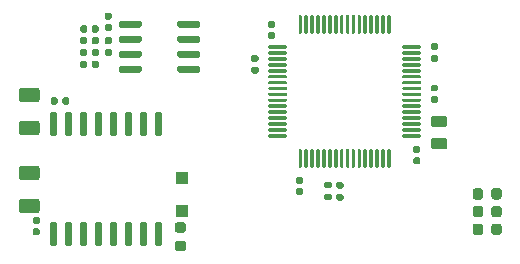
<source format=gbr>
G04 #@! TF.GenerationSoftware,KiCad,Pcbnew,(5.1.10)-1*
G04 #@! TF.CreationDate,2022-10-27T19:37:03-07:00*
G04 #@! TF.ProjectId,Motor_Gen2L,4d6f746f-725f-4476-956e-324c2e6b6963,rev?*
G04 #@! TF.SameCoordinates,Original*
G04 #@! TF.FileFunction,Paste,Bot*
G04 #@! TF.FilePolarity,Positive*
%FSLAX46Y46*%
G04 Gerber Fmt 4.6, Leading zero omitted, Abs format (unit mm)*
G04 Created by KiCad (PCBNEW (5.1.10)-1) date 2022-10-27 19:37:03*
%MOMM*%
%LPD*%
G01*
G04 APERTURE LIST*
%ADD10R,1.100000X1.100000*%
G04 APERTURE END LIST*
G36*
G01*
X107115000Y-111100000D02*
X107485000Y-111100000D01*
G75*
G02*
X107620000Y-111235000I0J-135000D01*
G01*
X107620000Y-111505000D01*
G75*
G02*
X107485000Y-111640000I-135000J0D01*
G01*
X107115000Y-111640000D01*
G75*
G02*
X106980000Y-111505000I0J135000D01*
G01*
X106980000Y-111235000D01*
G75*
G02*
X107115000Y-111100000I135000J0D01*
G01*
G37*
G36*
G01*
X107115000Y-110080000D02*
X107485000Y-110080000D01*
G75*
G02*
X107620000Y-110215000I0J-135000D01*
G01*
X107620000Y-110485000D01*
G75*
G02*
X107485000Y-110620000I-135000J0D01*
G01*
X107115000Y-110620000D01*
G75*
G02*
X106980000Y-110485000I0J135000D01*
G01*
X106980000Y-110215000D01*
G75*
G02*
X107115000Y-110080000I135000J0D01*
G01*
G37*
G36*
G01*
X106115000Y-111090000D02*
X106485000Y-111090000D01*
G75*
G02*
X106620000Y-111225000I0J-135000D01*
G01*
X106620000Y-111495000D01*
G75*
G02*
X106485000Y-111630000I-135000J0D01*
G01*
X106115000Y-111630000D01*
G75*
G02*
X105980000Y-111495000I0J135000D01*
G01*
X105980000Y-111225000D01*
G75*
G02*
X106115000Y-111090000I135000J0D01*
G01*
G37*
G36*
G01*
X106115000Y-110070000D02*
X106485000Y-110070000D01*
G75*
G02*
X106620000Y-110205000I0J-135000D01*
G01*
X106620000Y-110475000D01*
G75*
G02*
X106485000Y-110610000I-135000J0D01*
G01*
X106115000Y-110610000D01*
G75*
G02*
X105980000Y-110475000I0J135000D01*
G01*
X105980000Y-110205000D01*
G75*
G02*
X106115000Y-110070000I135000J0D01*
G01*
G37*
G36*
G01*
X115470000Y-102400000D02*
X115130000Y-102400000D01*
G75*
G02*
X114990000Y-102260000I0J140000D01*
G01*
X114990000Y-101980000D01*
G75*
G02*
X115130000Y-101840000I140000J0D01*
G01*
X115470000Y-101840000D01*
G75*
G02*
X115610000Y-101980000I0J-140000D01*
G01*
X115610000Y-102260000D01*
G75*
G02*
X115470000Y-102400000I-140000J0D01*
G01*
G37*
G36*
G01*
X115470000Y-103360000D02*
X115130000Y-103360000D01*
G75*
G02*
X114990000Y-103220000I0J140000D01*
G01*
X114990000Y-102940000D01*
G75*
G02*
X115130000Y-102800000I140000J0D01*
G01*
X115470000Y-102800000D01*
G75*
G02*
X115610000Y-102940000I0J-140000D01*
G01*
X115610000Y-103220000D01*
G75*
G02*
X115470000Y-103360000I-140000J0D01*
G01*
G37*
G36*
G01*
X115243750Y-106329600D02*
X116156250Y-106329600D01*
G75*
G02*
X116400000Y-106573350I0J-243750D01*
G01*
X116400000Y-107060850D01*
G75*
G02*
X116156250Y-107304600I-243750J0D01*
G01*
X115243750Y-107304600D01*
G75*
G02*
X115000000Y-107060850I0J243750D01*
G01*
X115000000Y-106573350D01*
G75*
G02*
X115243750Y-106329600I243750J0D01*
G01*
G37*
G36*
G01*
X115243750Y-104454600D02*
X116156250Y-104454600D01*
G75*
G02*
X116400000Y-104698350I0J-243750D01*
G01*
X116400000Y-105185850D01*
G75*
G02*
X116156250Y-105429600I-243750J0D01*
G01*
X115243750Y-105429600D01*
G75*
G02*
X115000000Y-105185850I0J243750D01*
G01*
X115000000Y-104698350D01*
G75*
G02*
X115243750Y-104454600I243750J0D01*
G01*
G37*
D10*
X93900000Y-109700000D03*
X93900000Y-112500000D03*
G36*
G01*
X82905000Y-104125000D02*
X83205000Y-104125000D01*
G75*
G02*
X83355000Y-104275000I0J-150000D01*
G01*
X83355000Y-106025000D01*
G75*
G02*
X83205000Y-106175000I-150000J0D01*
G01*
X82905000Y-106175000D01*
G75*
G02*
X82755000Y-106025000I0J150000D01*
G01*
X82755000Y-104275000D01*
G75*
G02*
X82905000Y-104125000I150000J0D01*
G01*
G37*
G36*
G01*
X84175000Y-104125000D02*
X84475000Y-104125000D01*
G75*
G02*
X84625000Y-104275000I0J-150000D01*
G01*
X84625000Y-106025000D01*
G75*
G02*
X84475000Y-106175000I-150000J0D01*
G01*
X84175000Y-106175000D01*
G75*
G02*
X84025000Y-106025000I0J150000D01*
G01*
X84025000Y-104275000D01*
G75*
G02*
X84175000Y-104125000I150000J0D01*
G01*
G37*
G36*
G01*
X85445000Y-104125000D02*
X85745000Y-104125000D01*
G75*
G02*
X85895000Y-104275000I0J-150000D01*
G01*
X85895000Y-106025000D01*
G75*
G02*
X85745000Y-106175000I-150000J0D01*
G01*
X85445000Y-106175000D01*
G75*
G02*
X85295000Y-106025000I0J150000D01*
G01*
X85295000Y-104275000D01*
G75*
G02*
X85445000Y-104125000I150000J0D01*
G01*
G37*
G36*
G01*
X86715000Y-104125000D02*
X87015000Y-104125000D01*
G75*
G02*
X87165000Y-104275000I0J-150000D01*
G01*
X87165000Y-106025000D01*
G75*
G02*
X87015000Y-106175000I-150000J0D01*
G01*
X86715000Y-106175000D01*
G75*
G02*
X86565000Y-106025000I0J150000D01*
G01*
X86565000Y-104275000D01*
G75*
G02*
X86715000Y-104125000I150000J0D01*
G01*
G37*
G36*
G01*
X87985000Y-104125000D02*
X88285000Y-104125000D01*
G75*
G02*
X88435000Y-104275000I0J-150000D01*
G01*
X88435000Y-106025000D01*
G75*
G02*
X88285000Y-106175000I-150000J0D01*
G01*
X87985000Y-106175000D01*
G75*
G02*
X87835000Y-106025000I0J150000D01*
G01*
X87835000Y-104275000D01*
G75*
G02*
X87985000Y-104125000I150000J0D01*
G01*
G37*
G36*
G01*
X89255000Y-104125000D02*
X89555000Y-104125000D01*
G75*
G02*
X89705000Y-104275000I0J-150000D01*
G01*
X89705000Y-106025000D01*
G75*
G02*
X89555000Y-106175000I-150000J0D01*
G01*
X89255000Y-106175000D01*
G75*
G02*
X89105000Y-106025000I0J150000D01*
G01*
X89105000Y-104275000D01*
G75*
G02*
X89255000Y-104125000I150000J0D01*
G01*
G37*
G36*
G01*
X90525000Y-104125000D02*
X90825000Y-104125000D01*
G75*
G02*
X90975000Y-104275000I0J-150000D01*
G01*
X90975000Y-106025000D01*
G75*
G02*
X90825000Y-106175000I-150000J0D01*
G01*
X90525000Y-106175000D01*
G75*
G02*
X90375000Y-106025000I0J150000D01*
G01*
X90375000Y-104275000D01*
G75*
G02*
X90525000Y-104125000I150000J0D01*
G01*
G37*
G36*
G01*
X91795000Y-104125000D02*
X92095000Y-104125000D01*
G75*
G02*
X92245000Y-104275000I0J-150000D01*
G01*
X92245000Y-106025000D01*
G75*
G02*
X92095000Y-106175000I-150000J0D01*
G01*
X91795000Y-106175000D01*
G75*
G02*
X91645000Y-106025000I0J150000D01*
G01*
X91645000Y-104275000D01*
G75*
G02*
X91795000Y-104125000I150000J0D01*
G01*
G37*
G36*
G01*
X91795000Y-113425000D02*
X92095000Y-113425000D01*
G75*
G02*
X92245000Y-113575000I0J-150000D01*
G01*
X92245000Y-115325000D01*
G75*
G02*
X92095000Y-115475000I-150000J0D01*
G01*
X91795000Y-115475000D01*
G75*
G02*
X91645000Y-115325000I0J150000D01*
G01*
X91645000Y-113575000D01*
G75*
G02*
X91795000Y-113425000I150000J0D01*
G01*
G37*
G36*
G01*
X90525000Y-113425000D02*
X90825000Y-113425000D01*
G75*
G02*
X90975000Y-113575000I0J-150000D01*
G01*
X90975000Y-115325000D01*
G75*
G02*
X90825000Y-115475000I-150000J0D01*
G01*
X90525000Y-115475000D01*
G75*
G02*
X90375000Y-115325000I0J150000D01*
G01*
X90375000Y-113575000D01*
G75*
G02*
X90525000Y-113425000I150000J0D01*
G01*
G37*
G36*
G01*
X89255000Y-113425000D02*
X89555000Y-113425000D01*
G75*
G02*
X89705000Y-113575000I0J-150000D01*
G01*
X89705000Y-115325000D01*
G75*
G02*
X89555000Y-115475000I-150000J0D01*
G01*
X89255000Y-115475000D01*
G75*
G02*
X89105000Y-115325000I0J150000D01*
G01*
X89105000Y-113575000D01*
G75*
G02*
X89255000Y-113425000I150000J0D01*
G01*
G37*
G36*
G01*
X87985000Y-113425000D02*
X88285000Y-113425000D01*
G75*
G02*
X88435000Y-113575000I0J-150000D01*
G01*
X88435000Y-115325000D01*
G75*
G02*
X88285000Y-115475000I-150000J0D01*
G01*
X87985000Y-115475000D01*
G75*
G02*
X87835000Y-115325000I0J150000D01*
G01*
X87835000Y-113575000D01*
G75*
G02*
X87985000Y-113425000I150000J0D01*
G01*
G37*
G36*
G01*
X86715000Y-113425000D02*
X87015000Y-113425000D01*
G75*
G02*
X87165000Y-113575000I0J-150000D01*
G01*
X87165000Y-115325000D01*
G75*
G02*
X87015000Y-115475000I-150000J0D01*
G01*
X86715000Y-115475000D01*
G75*
G02*
X86565000Y-115325000I0J150000D01*
G01*
X86565000Y-113575000D01*
G75*
G02*
X86715000Y-113425000I150000J0D01*
G01*
G37*
G36*
G01*
X85445000Y-113425000D02*
X85745000Y-113425000D01*
G75*
G02*
X85895000Y-113575000I0J-150000D01*
G01*
X85895000Y-115325000D01*
G75*
G02*
X85745000Y-115475000I-150000J0D01*
G01*
X85445000Y-115475000D01*
G75*
G02*
X85295000Y-115325000I0J150000D01*
G01*
X85295000Y-113575000D01*
G75*
G02*
X85445000Y-113425000I150000J0D01*
G01*
G37*
G36*
G01*
X84175000Y-113425000D02*
X84475000Y-113425000D01*
G75*
G02*
X84625000Y-113575000I0J-150000D01*
G01*
X84625000Y-115325000D01*
G75*
G02*
X84475000Y-115475000I-150000J0D01*
G01*
X84175000Y-115475000D01*
G75*
G02*
X84025000Y-115325000I0J150000D01*
G01*
X84025000Y-113575000D01*
G75*
G02*
X84175000Y-113425000I150000J0D01*
G01*
G37*
G36*
G01*
X82905000Y-113425000D02*
X83205000Y-113425000D01*
G75*
G02*
X83355000Y-113575000I0J-150000D01*
G01*
X83355000Y-115325000D01*
G75*
G02*
X83205000Y-115475000I-150000J0D01*
G01*
X82905000Y-115475000D01*
G75*
G02*
X82755000Y-115325000I0J150000D01*
G01*
X82755000Y-113575000D01*
G75*
G02*
X82905000Y-113425000I150000J0D01*
G01*
G37*
G36*
G01*
X93537000Y-100666000D02*
X93537000Y-100366000D01*
G75*
G02*
X93687000Y-100216000I150000J0D01*
G01*
X95337000Y-100216000D01*
G75*
G02*
X95487000Y-100366000I0J-150000D01*
G01*
X95487000Y-100666000D01*
G75*
G02*
X95337000Y-100816000I-150000J0D01*
G01*
X93687000Y-100816000D01*
G75*
G02*
X93537000Y-100666000I0J150000D01*
G01*
G37*
G36*
G01*
X93537000Y-99396000D02*
X93537000Y-99096000D01*
G75*
G02*
X93687000Y-98946000I150000J0D01*
G01*
X95337000Y-98946000D01*
G75*
G02*
X95487000Y-99096000I0J-150000D01*
G01*
X95487000Y-99396000D01*
G75*
G02*
X95337000Y-99546000I-150000J0D01*
G01*
X93687000Y-99546000D01*
G75*
G02*
X93537000Y-99396000I0J150000D01*
G01*
G37*
G36*
G01*
X93537000Y-98126000D02*
X93537000Y-97826000D01*
G75*
G02*
X93687000Y-97676000I150000J0D01*
G01*
X95337000Y-97676000D01*
G75*
G02*
X95487000Y-97826000I0J-150000D01*
G01*
X95487000Y-98126000D01*
G75*
G02*
X95337000Y-98276000I-150000J0D01*
G01*
X93687000Y-98276000D01*
G75*
G02*
X93537000Y-98126000I0J150000D01*
G01*
G37*
G36*
G01*
X93537000Y-96856000D02*
X93537000Y-96556000D01*
G75*
G02*
X93687000Y-96406000I150000J0D01*
G01*
X95337000Y-96406000D01*
G75*
G02*
X95487000Y-96556000I0J-150000D01*
G01*
X95487000Y-96856000D01*
G75*
G02*
X95337000Y-97006000I-150000J0D01*
G01*
X93687000Y-97006000D01*
G75*
G02*
X93537000Y-96856000I0J150000D01*
G01*
G37*
G36*
G01*
X88587000Y-96856000D02*
X88587000Y-96556000D01*
G75*
G02*
X88737000Y-96406000I150000J0D01*
G01*
X90387000Y-96406000D01*
G75*
G02*
X90537000Y-96556000I0J-150000D01*
G01*
X90537000Y-96856000D01*
G75*
G02*
X90387000Y-97006000I-150000J0D01*
G01*
X88737000Y-97006000D01*
G75*
G02*
X88587000Y-96856000I0J150000D01*
G01*
G37*
G36*
G01*
X88587000Y-98126000D02*
X88587000Y-97826000D01*
G75*
G02*
X88737000Y-97676000I150000J0D01*
G01*
X90387000Y-97676000D01*
G75*
G02*
X90537000Y-97826000I0J-150000D01*
G01*
X90537000Y-98126000D01*
G75*
G02*
X90387000Y-98276000I-150000J0D01*
G01*
X88737000Y-98276000D01*
G75*
G02*
X88587000Y-98126000I0J150000D01*
G01*
G37*
G36*
G01*
X88587000Y-99396000D02*
X88587000Y-99096000D01*
G75*
G02*
X88737000Y-98946000I150000J0D01*
G01*
X90387000Y-98946000D01*
G75*
G02*
X90537000Y-99096000I0J-150000D01*
G01*
X90537000Y-99396000D01*
G75*
G02*
X90387000Y-99546000I-150000J0D01*
G01*
X88737000Y-99546000D01*
G75*
G02*
X88587000Y-99396000I0J150000D01*
G01*
G37*
G36*
G01*
X88587000Y-100666000D02*
X88587000Y-100366000D01*
G75*
G02*
X88737000Y-100216000I150000J0D01*
G01*
X90387000Y-100216000D01*
G75*
G02*
X90537000Y-100366000I0J-150000D01*
G01*
X90537000Y-100666000D01*
G75*
G02*
X90387000Y-100816000I-150000J0D01*
G01*
X88737000Y-100816000D01*
G75*
G02*
X88587000Y-100666000I0J150000D01*
G01*
G37*
G36*
G01*
X101325000Y-98500000D02*
X102725000Y-98500000D01*
G75*
G02*
X102800000Y-98575000I0J-75000D01*
G01*
X102800000Y-98725000D01*
G75*
G02*
X102725000Y-98800000I-75000J0D01*
G01*
X101325000Y-98800000D01*
G75*
G02*
X101250000Y-98725000I0J75000D01*
G01*
X101250000Y-98575000D01*
G75*
G02*
X101325000Y-98500000I75000J0D01*
G01*
G37*
G36*
G01*
X101325000Y-99000000D02*
X102725000Y-99000000D01*
G75*
G02*
X102800000Y-99075000I0J-75000D01*
G01*
X102800000Y-99225000D01*
G75*
G02*
X102725000Y-99300000I-75000J0D01*
G01*
X101325000Y-99300000D01*
G75*
G02*
X101250000Y-99225000I0J75000D01*
G01*
X101250000Y-99075000D01*
G75*
G02*
X101325000Y-99000000I75000J0D01*
G01*
G37*
G36*
G01*
X101325000Y-99500000D02*
X102725000Y-99500000D01*
G75*
G02*
X102800000Y-99575000I0J-75000D01*
G01*
X102800000Y-99725000D01*
G75*
G02*
X102725000Y-99800000I-75000J0D01*
G01*
X101325000Y-99800000D01*
G75*
G02*
X101250000Y-99725000I0J75000D01*
G01*
X101250000Y-99575000D01*
G75*
G02*
X101325000Y-99500000I75000J0D01*
G01*
G37*
G36*
G01*
X101325000Y-100000000D02*
X102725000Y-100000000D01*
G75*
G02*
X102800000Y-100075000I0J-75000D01*
G01*
X102800000Y-100225000D01*
G75*
G02*
X102725000Y-100300000I-75000J0D01*
G01*
X101325000Y-100300000D01*
G75*
G02*
X101250000Y-100225000I0J75000D01*
G01*
X101250000Y-100075000D01*
G75*
G02*
X101325000Y-100000000I75000J0D01*
G01*
G37*
G36*
G01*
X101325000Y-100500000D02*
X102725000Y-100500000D01*
G75*
G02*
X102800000Y-100575000I0J-75000D01*
G01*
X102800000Y-100725000D01*
G75*
G02*
X102725000Y-100800000I-75000J0D01*
G01*
X101325000Y-100800000D01*
G75*
G02*
X101250000Y-100725000I0J75000D01*
G01*
X101250000Y-100575000D01*
G75*
G02*
X101325000Y-100500000I75000J0D01*
G01*
G37*
G36*
G01*
X101325000Y-101000000D02*
X102725000Y-101000000D01*
G75*
G02*
X102800000Y-101075000I0J-75000D01*
G01*
X102800000Y-101225000D01*
G75*
G02*
X102725000Y-101300000I-75000J0D01*
G01*
X101325000Y-101300000D01*
G75*
G02*
X101250000Y-101225000I0J75000D01*
G01*
X101250000Y-101075000D01*
G75*
G02*
X101325000Y-101000000I75000J0D01*
G01*
G37*
G36*
G01*
X101325000Y-101500000D02*
X102725000Y-101500000D01*
G75*
G02*
X102800000Y-101575000I0J-75000D01*
G01*
X102800000Y-101725000D01*
G75*
G02*
X102725000Y-101800000I-75000J0D01*
G01*
X101325000Y-101800000D01*
G75*
G02*
X101250000Y-101725000I0J75000D01*
G01*
X101250000Y-101575000D01*
G75*
G02*
X101325000Y-101500000I75000J0D01*
G01*
G37*
G36*
G01*
X101325000Y-102000000D02*
X102725000Y-102000000D01*
G75*
G02*
X102800000Y-102075000I0J-75000D01*
G01*
X102800000Y-102225000D01*
G75*
G02*
X102725000Y-102300000I-75000J0D01*
G01*
X101325000Y-102300000D01*
G75*
G02*
X101250000Y-102225000I0J75000D01*
G01*
X101250000Y-102075000D01*
G75*
G02*
X101325000Y-102000000I75000J0D01*
G01*
G37*
G36*
G01*
X101325000Y-102500000D02*
X102725000Y-102500000D01*
G75*
G02*
X102800000Y-102575000I0J-75000D01*
G01*
X102800000Y-102725000D01*
G75*
G02*
X102725000Y-102800000I-75000J0D01*
G01*
X101325000Y-102800000D01*
G75*
G02*
X101250000Y-102725000I0J75000D01*
G01*
X101250000Y-102575000D01*
G75*
G02*
X101325000Y-102500000I75000J0D01*
G01*
G37*
G36*
G01*
X101325000Y-103000000D02*
X102725000Y-103000000D01*
G75*
G02*
X102800000Y-103075000I0J-75000D01*
G01*
X102800000Y-103225000D01*
G75*
G02*
X102725000Y-103300000I-75000J0D01*
G01*
X101325000Y-103300000D01*
G75*
G02*
X101250000Y-103225000I0J75000D01*
G01*
X101250000Y-103075000D01*
G75*
G02*
X101325000Y-103000000I75000J0D01*
G01*
G37*
G36*
G01*
X101325000Y-103500000D02*
X102725000Y-103500000D01*
G75*
G02*
X102800000Y-103575000I0J-75000D01*
G01*
X102800000Y-103725000D01*
G75*
G02*
X102725000Y-103800000I-75000J0D01*
G01*
X101325000Y-103800000D01*
G75*
G02*
X101250000Y-103725000I0J75000D01*
G01*
X101250000Y-103575000D01*
G75*
G02*
X101325000Y-103500000I75000J0D01*
G01*
G37*
G36*
G01*
X101325000Y-104000000D02*
X102725000Y-104000000D01*
G75*
G02*
X102800000Y-104075000I0J-75000D01*
G01*
X102800000Y-104225000D01*
G75*
G02*
X102725000Y-104300000I-75000J0D01*
G01*
X101325000Y-104300000D01*
G75*
G02*
X101250000Y-104225000I0J75000D01*
G01*
X101250000Y-104075000D01*
G75*
G02*
X101325000Y-104000000I75000J0D01*
G01*
G37*
G36*
G01*
X101325000Y-104500000D02*
X102725000Y-104500000D01*
G75*
G02*
X102800000Y-104575000I0J-75000D01*
G01*
X102800000Y-104725000D01*
G75*
G02*
X102725000Y-104800000I-75000J0D01*
G01*
X101325000Y-104800000D01*
G75*
G02*
X101250000Y-104725000I0J75000D01*
G01*
X101250000Y-104575000D01*
G75*
G02*
X101325000Y-104500000I75000J0D01*
G01*
G37*
G36*
G01*
X101325000Y-105000000D02*
X102725000Y-105000000D01*
G75*
G02*
X102800000Y-105075000I0J-75000D01*
G01*
X102800000Y-105225000D01*
G75*
G02*
X102725000Y-105300000I-75000J0D01*
G01*
X101325000Y-105300000D01*
G75*
G02*
X101250000Y-105225000I0J75000D01*
G01*
X101250000Y-105075000D01*
G75*
G02*
X101325000Y-105000000I75000J0D01*
G01*
G37*
G36*
G01*
X101325000Y-105500000D02*
X102725000Y-105500000D01*
G75*
G02*
X102800000Y-105575000I0J-75000D01*
G01*
X102800000Y-105725000D01*
G75*
G02*
X102725000Y-105800000I-75000J0D01*
G01*
X101325000Y-105800000D01*
G75*
G02*
X101250000Y-105725000I0J75000D01*
G01*
X101250000Y-105575000D01*
G75*
G02*
X101325000Y-105500000I75000J0D01*
G01*
G37*
G36*
G01*
X101325000Y-106000000D02*
X102725000Y-106000000D01*
G75*
G02*
X102800000Y-106075000I0J-75000D01*
G01*
X102800000Y-106225000D01*
G75*
G02*
X102725000Y-106300000I-75000J0D01*
G01*
X101325000Y-106300000D01*
G75*
G02*
X101250000Y-106225000I0J75000D01*
G01*
X101250000Y-106075000D01*
G75*
G02*
X101325000Y-106000000I75000J0D01*
G01*
G37*
G36*
G01*
X103875000Y-107300000D02*
X104025000Y-107300000D01*
G75*
G02*
X104100000Y-107375000I0J-75000D01*
G01*
X104100000Y-108775000D01*
G75*
G02*
X104025000Y-108850000I-75000J0D01*
G01*
X103875000Y-108850000D01*
G75*
G02*
X103800000Y-108775000I0J75000D01*
G01*
X103800000Y-107375000D01*
G75*
G02*
X103875000Y-107300000I75000J0D01*
G01*
G37*
G36*
G01*
X104375000Y-107300000D02*
X104525000Y-107300000D01*
G75*
G02*
X104600000Y-107375000I0J-75000D01*
G01*
X104600000Y-108775000D01*
G75*
G02*
X104525000Y-108850000I-75000J0D01*
G01*
X104375000Y-108850000D01*
G75*
G02*
X104300000Y-108775000I0J75000D01*
G01*
X104300000Y-107375000D01*
G75*
G02*
X104375000Y-107300000I75000J0D01*
G01*
G37*
G36*
G01*
X104875000Y-107300000D02*
X105025000Y-107300000D01*
G75*
G02*
X105100000Y-107375000I0J-75000D01*
G01*
X105100000Y-108775000D01*
G75*
G02*
X105025000Y-108850000I-75000J0D01*
G01*
X104875000Y-108850000D01*
G75*
G02*
X104800000Y-108775000I0J75000D01*
G01*
X104800000Y-107375000D01*
G75*
G02*
X104875000Y-107300000I75000J0D01*
G01*
G37*
G36*
G01*
X105375000Y-107300000D02*
X105525000Y-107300000D01*
G75*
G02*
X105600000Y-107375000I0J-75000D01*
G01*
X105600000Y-108775000D01*
G75*
G02*
X105525000Y-108850000I-75000J0D01*
G01*
X105375000Y-108850000D01*
G75*
G02*
X105300000Y-108775000I0J75000D01*
G01*
X105300000Y-107375000D01*
G75*
G02*
X105375000Y-107300000I75000J0D01*
G01*
G37*
G36*
G01*
X105875000Y-107300000D02*
X106025000Y-107300000D01*
G75*
G02*
X106100000Y-107375000I0J-75000D01*
G01*
X106100000Y-108775000D01*
G75*
G02*
X106025000Y-108850000I-75000J0D01*
G01*
X105875000Y-108850000D01*
G75*
G02*
X105800000Y-108775000I0J75000D01*
G01*
X105800000Y-107375000D01*
G75*
G02*
X105875000Y-107300000I75000J0D01*
G01*
G37*
G36*
G01*
X106375000Y-107300000D02*
X106525000Y-107300000D01*
G75*
G02*
X106600000Y-107375000I0J-75000D01*
G01*
X106600000Y-108775000D01*
G75*
G02*
X106525000Y-108850000I-75000J0D01*
G01*
X106375000Y-108850000D01*
G75*
G02*
X106300000Y-108775000I0J75000D01*
G01*
X106300000Y-107375000D01*
G75*
G02*
X106375000Y-107300000I75000J0D01*
G01*
G37*
G36*
G01*
X106875000Y-107300000D02*
X107025000Y-107300000D01*
G75*
G02*
X107100000Y-107375000I0J-75000D01*
G01*
X107100000Y-108775000D01*
G75*
G02*
X107025000Y-108850000I-75000J0D01*
G01*
X106875000Y-108850000D01*
G75*
G02*
X106800000Y-108775000I0J75000D01*
G01*
X106800000Y-107375000D01*
G75*
G02*
X106875000Y-107300000I75000J0D01*
G01*
G37*
G36*
G01*
X107375000Y-107300000D02*
X107525000Y-107300000D01*
G75*
G02*
X107600000Y-107375000I0J-75000D01*
G01*
X107600000Y-108775000D01*
G75*
G02*
X107525000Y-108850000I-75000J0D01*
G01*
X107375000Y-108850000D01*
G75*
G02*
X107300000Y-108775000I0J75000D01*
G01*
X107300000Y-107375000D01*
G75*
G02*
X107375000Y-107300000I75000J0D01*
G01*
G37*
G36*
G01*
X107875000Y-107300000D02*
X108025000Y-107300000D01*
G75*
G02*
X108100000Y-107375000I0J-75000D01*
G01*
X108100000Y-108775000D01*
G75*
G02*
X108025000Y-108850000I-75000J0D01*
G01*
X107875000Y-108850000D01*
G75*
G02*
X107800000Y-108775000I0J75000D01*
G01*
X107800000Y-107375000D01*
G75*
G02*
X107875000Y-107300000I75000J0D01*
G01*
G37*
G36*
G01*
X108375000Y-107300000D02*
X108525000Y-107300000D01*
G75*
G02*
X108600000Y-107375000I0J-75000D01*
G01*
X108600000Y-108775000D01*
G75*
G02*
X108525000Y-108850000I-75000J0D01*
G01*
X108375000Y-108850000D01*
G75*
G02*
X108300000Y-108775000I0J75000D01*
G01*
X108300000Y-107375000D01*
G75*
G02*
X108375000Y-107300000I75000J0D01*
G01*
G37*
G36*
G01*
X108875000Y-107300000D02*
X109025000Y-107300000D01*
G75*
G02*
X109100000Y-107375000I0J-75000D01*
G01*
X109100000Y-108775000D01*
G75*
G02*
X109025000Y-108850000I-75000J0D01*
G01*
X108875000Y-108850000D01*
G75*
G02*
X108800000Y-108775000I0J75000D01*
G01*
X108800000Y-107375000D01*
G75*
G02*
X108875000Y-107300000I75000J0D01*
G01*
G37*
G36*
G01*
X109375000Y-107300000D02*
X109525000Y-107300000D01*
G75*
G02*
X109600000Y-107375000I0J-75000D01*
G01*
X109600000Y-108775000D01*
G75*
G02*
X109525000Y-108850000I-75000J0D01*
G01*
X109375000Y-108850000D01*
G75*
G02*
X109300000Y-108775000I0J75000D01*
G01*
X109300000Y-107375000D01*
G75*
G02*
X109375000Y-107300000I75000J0D01*
G01*
G37*
G36*
G01*
X109875000Y-107300000D02*
X110025000Y-107300000D01*
G75*
G02*
X110100000Y-107375000I0J-75000D01*
G01*
X110100000Y-108775000D01*
G75*
G02*
X110025000Y-108850000I-75000J0D01*
G01*
X109875000Y-108850000D01*
G75*
G02*
X109800000Y-108775000I0J75000D01*
G01*
X109800000Y-107375000D01*
G75*
G02*
X109875000Y-107300000I75000J0D01*
G01*
G37*
G36*
G01*
X110375000Y-107300000D02*
X110525000Y-107300000D01*
G75*
G02*
X110600000Y-107375000I0J-75000D01*
G01*
X110600000Y-108775000D01*
G75*
G02*
X110525000Y-108850000I-75000J0D01*
G01*
X110375000Y-108850000D01*
G75*
G02*
X110300000Y-108775000I0J75000D01*
G01*
X110300000Y-107375000D01*
G75*
G02*
X110375000Y-107300000I75000J0D01*
G01*
G37*
G36*
G01*
X110875000Y-107300000D02*
X111025000Y-107300000D01*
G75*
G02*
X111100000Y-107375000I0J-75000D01*
G01*
X111100000Y-108775000D01*
G75*
G02*
X111025000Y-108850000I-75000J0D01*
G01*
X110875000Y-108850000D01*
G75*
G02*
X110800000Y-108775000I0J75000D01*
G01*
X110800000Y-107375000D01*
G75*
G02*
X110875000Y-107300000I75000J0D01*
G01*
G37*
G36*
G01*
X111375000Y-107300000D02*
X111525000Y-107300000D01*
G75*
G02*
X111600000Y-107375000I0J-75000D01*
G01*
X111600000Y-108775000D01*
G75*
G02*
X111525000Y-108850000I-75000J0D01*
G01*
X111375000Y-108850000D01*
G75*
G02*
X111300000Y-108775000I0J75000D01*
G01*
X111300000Y-107375000D01*
G75*
G02*
X111375000Y-107300000I75000J0D01*
G01*
G37*
G36*
G01*
X112675000Y-106000000D02*
X114075000Y-106000000D01*
G75*
G02*
X114150000Y-106075000I0J-75000D01*
G01*
X114150000Y-106225000D01*
G75*
G02*
X114075000Y-106300000I-75000J0D01*
G01*
X112675000Y-106300000D01*
G75*
G02*
X112600000Y-106225000I0J75000D01*
G01*
X112600000Y-106075000D01*
G75*
G02*
X112675000Y-106000000I75000J0D01*
G01*
G37*
G36*
G01*
X112675000Y-105500000D02*
X114075000Y-105500000D01*
G75*
G02*
X114150000Y-105575000I0J-75000D01*
G01*
X114150000Y-105725000D01*
G75*
G02*
X114075000Y-105800000I-75000J0D01*
G01*
X112675000Y-105800000D01*
G75*
G02*
X112600000Y-105725000I0J75000D01*
G01*
X112600000Y-105575000D01*
G75*
G02*
X112675000Y-105500000I75000J0D01*
G01*
G37*
G36*
G01*
X112675000Y-105000000D02*
X114075000Y-105000000D01*
G75*
G02*
X114150000Y-105075000I0J-75000D01*
G01*
X114150000Y-105225000D01*
G75*
G02*
X114075000Y-105300000I-75000J0D01*
G01*
X112675000Y-105300000D01*
G75*
G02*
X112600000Y-105225000I0J75000D01*
G01*
X112600000Y-105075000D01*
G75*
G02*
X112675000Y-105000000I75000J0D01*
G01*
G37*
G36*
G01*
X112675000Y-104500000D02*
X114075000Y-104500000D01*
G75*
G02*
X114150000Y-104575000I0J-75000D01*
G01*
X114150000Y-104725000D01*
G75*
G02*
X114075000Y-104800000I-75000J0D01*
G01*
X112675000Y-104800000D01*
G75*
G02*
X112600000Y-104725000I0J75000D01*
G01*
X112600000Y-104575000D01*
G75*
G02*
X112675000Y-104500000I75000J0D01*
G01*
G37*
G36*
G01*
X112675000Y-104000000D02*
X114075000Y-104000000D01*
G75*
G02*
X114150000Y-104075000I0J-75000D01*
G01*
X114150000Y-104225000D01*
G75*
G02*
X114075000Y-104300000I-75000J0D01*
G01*
X112675000Y-104300000D01*
G75*
G02*
X112600000Y-104225000I0J75000D01*
G01*
X112600000Y-104075000D01*
G75*
G02*
X112675000Y-104000000I75000J0D01*
G01*
G37*
G36*
G01*
X112675000Y-103500000D02*
X114075000Y-103500000D01*
G75*
G02*
X114150000Y-103575000I0J-75000D01*
G01*
X114150000Y-103725000D01*
G75*
G02*
X114075000Y-103800000I-75000J0D01*
G01*
X112675000Y-103800000D01*
G75*
G02*
X112600000Y-103725000I0J75000D01*
G01*
X112600000Y-103575000D01*
G75*
G02*
X112675000Y-103500000I75000J0D01*
G01*
G37*
G36*
G01*
X112675000Y-103000000D02*
X114075000Y-103000000D01*
G75*
G02*
X114150000Y-103075000I0J-75000D01*
G01*
X114150000Y-103225000D01*
G75*
G02*
X114075000Y-103300000I-75000J0D01*
G01*
X112675000Y-103300000D01*
G75*
G02*
X112600000Y-103225000I0J75000D01*
G01*
X112600000Y-103075000D01*
G75*
G02*
X112675000Y-103000000I75000J0D01*
G01*
G37*
G36*
G01*
X112675000Y-102500000D02*
X114075000Y-102500000D01*
G75*
G02*
X114150000Y-102575000I0J-75000D01*
G01*
X114150000Y-102725000D01*
G75*
G02*
X114075000Y-102800000I-75000J0D01*
G01*
X112675000Y-102800000D01*
G75*
G02*
X112600000Y-102725000I0J75000D01*
G01*
X112600000Y-102575000D01*
G75*
G02*
X112675000Y-102500000I75000J0D01*
G01*
G37*
G36*
G01*
X112675000Y-102000000D02*
X114075000Y-102000000D01*
G75*
G02*
X114150000Y-102075000I0J-75000D01*
G01*
X114150000Y-102225000D01*
G75*
G02*
X114075000Y-102300000I-75000J0D01*
G01*
X112675000Y-102300000D01*
G75*
G02*
X112600000Y-102225000I0J75000D01*
G01*
X112600000Y-102075000D01*
G75*
G02*
X112675000Y-102000000I75000J0D01*
G01*
G37*
G36*
G01*
X112675000Y-101500000D02*
X114075000Y-101500000D01*
G75*
G02*
X114150000Y-101575000I0J-75000D01*
G01*
X114150000Y-101725000D01*
G75*
G02*
X114075000Y-101800000I-75000J0D01*
G01*
X112675000Y-101800000D01*
G75*
G02*
X112600000Y-101725000I0J75000D01*
G01*
X112600000Y-101575000D01*
G75*
G02*
X112675000Y-101500000I75000J0D01*
G01*
G37*
G36*
G01*
X112675000Y-101000000D02*
X114075000Y-101000000D01*
G75*
G02*
X114150000Y-101075000I0J-75000D01*
G01*
X114150000Y-101225000D01*
G75*
G02*
X114075000Y-101300000I-75000J0D01*
G01*
X112675000Y-101300000D01*
G75*
G02*
X112600000Y-101225000I0J75000D01*
G01*
X112600000Y-101075000D01*
G75*
G02*
X112675000Y-101000000I75000J0D01*
G01*
G37*
G36*
G01*
X112675000Y-100500000D02*
X114075000Y-100500000D01*
G75*
G02*
X114150000Y-100575000I0J-75000D01*
G01*
X114150000Y-100725000D01*
G75*
G02*
X114075000Y-100800000I-75000J0D01*
G01*
X112675000Y-100800000D01*
G75*
G02*
X112600000Y-100725000I0J75000D01*
G01*
X112600000Y-100575000D01*
G75*
G02*
X112675000Y-100500000I75000J0D01*
G01*
G37*
G36*
G01*
X112675000Y-100000000D02*
X114075000Y-100000000D01*
G75*
G02*
X114150000Y-100075000I0J-75000D01*
G01*
X114150000Y-100225000D01*
G75*
G02*
X114075000Y-100300000I-75000J0D01*
G01*
X112675000Y-100300000D01*
G75*
G02*
X112600000Y-100225000I0J75000D01*
G01*
X112600000Y-100075000D01*
G75*
G02*
X112675000Y-100000000I75000J0D01*
G01*
G37*
G36*
G01*
X112675000Y-99500000D02*
X114075000Y-99500000D01*
G75*
G02*
X114150000Y-99575000I0J-75000D01*
G01*
X114150000Y-99725000D01*
G75*
G02*
X114075000Y-99800000I-75000J0D01*
G01*
X112675000Y-99800000D01*
G75*
G02*
X112600000Y-99725000I0J75000D01*
G01*
X112600000Y-99575000D01*
G75*
G02*
X112675000Y-99500000I75000J0D01*
G01*
G37*
G36*
G01*
X112675000Y-99000000D02*
X114075000Y-99000000D01*
G75*
G02*
X114150000Y-99075000I0J-75000D01*
G01*
X114150000Y-99225000D01*
G75*
G02*
X114075000Y-99300000I-75000J0D01*
G01*
X112675000Y-99300000D01*
G75*
G02*
X112600000Y-99225000I0J75000D01*
G01*
X112600000Y-99075000D01*
G75*
G02*
X112675000Y-99000000I75000J0D01*
G01*
G37*
G36*
G01*
X112675000Y-98500000D02*
X114075000Y-98500000D01*
G75*
G02*
X114150000Y-98575000I0J-75000D01*
G01*
X114150000Y-98725000D01*
G75*
G02*
X114075000Y-98800000I-75000J0D01*
G01*
X112675000Y-98800000D01*
G75*
G02*
X112600000Y-98725000I0J75000D01*
G01*
X112600000Y-98575000D01*
G75*
G02*
X112675000Y-98500000I75000J0D01*
G01*
G37*
G36*
G01*
X111375000Y-95950000D02*
X111525000Y-95950000D01*
G75*
G02*
X111600000Y-96025000I0J-75000D01*
G01*
X111600000Y-97425000D01*
G75*
G02*
X111525000Y-97500000I-75000J0D01*
G01*
X111375000Y-97500000D01*
G75*
G02*
X111300000Y-97425000I0J75000D01*
G01*
X111300000Y-96025000D01*
G75*
G02*
X111375000Y-95950000I75000J0D01*
G01*
G37*
G36*
G01*
X110875000Y-95950000D02*
X111025000Y-95950000D01*
G75*
G02*
X111100000Y-96025000I0J-75000D01*
G01*
X111100000Y-97425000D01*
G75*
G02*
X111025000Y-97500000I-75000J0D01*
G01*
X110875000Y-97500000D01*
G75*
G02*
X110800000Y-97425000I0J75000D01*
G01*
X110800000Y-96025000D01*
G75*
G02*
X110875000Y-95950000I75000J0D01*
G01*
G37*
G36*
G01*
X110375000Y-95950000D02*
X110525000Y-95950000D01*
G75*
G02*
X110600000Y-96025000I0J-75000D01*
G01*
X110600000Y-97425000D01*
G75*
G02*
X110525000Y-97500000I-75000J0D01*
G01*
X110375000Y-97500000D01*
G75*
G02*
X110300000Y-97425000I0J75000D01*
G01*
X110300000Y-96025000D01*
G75*
G02*
X110375000Y-95950000I75000J0D01*
G01*
G37*
G36*
G01*
X109875000Y-95950000D02*
X110025000Y-95950000D01*
G75*
G02*
X110100000Y-96025000I0J-75000D01*
G01*
X110100000Y-97425000D01*
G75*
G02*
X110025000Y-97500000I-75000J0D01*
G01*
X109875000Y-97500000D01*
G75*
G02*
X109800000Y-97425000I0J75000D01*
G01*
X109800000Y-96025000D01*
G75*
G02*
X109875000Y-95950000I75000J0D01*
G01*
G37*
G36*
G01*
X109375000Y-95950000D02*
X109525000Y-95950000D01*
G75*
G02*
X109600000Y-96025000I0J-75000D01*
G01*
X109600000Y-97425000D01*
G75*
G02*
X109525000Y-97500000I-75000J0D01*
G01*
X109375000Y-97500000D01*
G75*
G02*
X109300000Y-97425000I0J75000D01*
G01*
X109300000Y-96025000D01*
G75*
G02*
X109375000Y-95950000I75000J0D01*
G01*
G37*
G36*
G01*
X108875000Y-95950000D02*
X109025000Y-95950000D01*
G75*
G02*
X109100000Y-96025000I0J-75000D01*
G01*
X109100000Y-97425000D01*
G75*
G02*
X109025000Y-97500000I-75000J0D01*
G01*
X108875000Y-97500000D01*
G75*
G02*
X108800000Y-97425000I0J75000D01*
G01*
X108800000Y-96025000D01*
G75*
G02*
X108875000Y-95950000I75000J0D01*
G01*
G37*
G36*
G01*
X108375000Y-95950000D02*
X108525000Y-95950000D01*
G75*
G02*
X108600000Y-96025000I0J-75000D01*
G01*
X108600000Y-97425000D01*
G75*
G02*
X108525000Y-97500000I-75000J0D01*
G01*
X108375000Y-97500000D01*
G75*
G02*
X108300000Y-97425000I0J75000D01*
G01*
X108300000Y-96025000D01*
G75*
G02*
X108375000Y-95950000I75000J0D01*
G01*
G37*
G36*
G01*
X107875000Y-95950000D02*
X108025000Y-95950000D01*
G75*
G02*
X108100000Y-96025000I0J-75000D01*
G01*
X108100000Y-97425000D01*
G75*
G02*
X108025000Y-97500000I-75000J0D01*
G01*
X107875000Y-97500000D01*
G75*
G02*
X107800000Y-97425000I0J75000D01*
G01*
X107800000Y-96025000D01*
G75*
G02*
X107875000Y-95950000I75000J0D01*
G01*
G37*
G36*
G01*
X107375000Y-95950000D02*
X107525000Y-95950000D01*
G75*
G02*
X107600000Y-96025000I0J-75000D01*
G01*
X107600000Y-97425000D01*
G75*
G02*
X107525000Y-97500000I-75000J0D01*
G01*
X107375000Y-97500000D01*
G75*
G02*
X107300000Y-97425000I0J75000D01*
G01*
X107300000Y-96025000D01*
G75*
G02*
X107375000Y-95950000I75000J0D01*
G01*
G37*
G36*
G01*
X106875000Y-95950000D02*
X107025000Y-95950000D01*
G75*
G02*
X107100000Y-96025000I0J-75000D01*
G01*
X107100000Y-97425000D01*
G75*
G02*
X107025000Y-97500000I-75000J0D01*
G01*
X106875000Y-97500000D01*
G75*
G02*
X106800000Y-97425000I0J75000D01*
G01*
X106800000Y-96025000D01*
G75*
G02*
X106875000Y-95950000I75000J0D01*
G01*
G37*
G36*
G01*
X106375000Y-95950000D02*
X106525000Y-95950000D01*
G75*
G02*
X106600000Y-96025000I0J-75000D01*
G01*
X106600000Y-97425000D01*
G75*
G02*
X106525000Y-97500000I-75000J0D01*
G01*
X106375000Y-97500000D01*
G75*
G02*
X106300000Y-97425000I0J75000D01*
G01*
X106300000Y-96025000D01*
G75*
G02*
X106375000Y-95950000I75000J0D01*
G01*
G37*
G36*
G01*
X105875000Y-95950000D02*
X106025000Y-95950000D01*
G75*
G02*
X106100000Y-96025000I0J-75000D01*
G01*
X106100000Y-97425000D01*
G75*
G02*
X106025000Y-97500000I-75000J0D01*
G01*
X105875000Y-97500000D01*
G75*
G02*
X105800000Y-97425000I0J75000D01*
G01*
X105800000Y-96025000D01*
G75*
G02*
X105875000Y-95950000I75000J0D01*
G01*
G37*
G36*
G01*
X105375000Y-95950000D02*
X105525000Y-95950000D01*
G75*
G02*
X105600000Y-96025000I0J-75000D01*
G01*
X105600000Y-97425000D01*
G75*
G02*
X105525000Y-97500000I-75000J0D01*
G01*
X105375000Y-97500000D01*
G75*
G02*
X105300000Y-97425000I0J75000D01*
G01*
X105300000Y-96025000D01*
G75*
G02*
X105375000Y-95950000I75000J0D01*
G01*
G37*
G36*
G01*
X104875000Y-95950000D02*
X105025000Y-95950000D01*
G75*
G02*
X105100000Y-96025000I0J-75000D01*
G01*
X105100000Y-97425000D01*
G75*
G02*
X105025000Y-97500000I-75000J0D01*
G01*
X104875000Y-97500000D01*
G75*
G02*
X104800000Y-97425000I0J75000D01*
G01*
X104800000Y-96025000D01*
G75*
G02*
X104875000Y-95950000I75000J0D01*
G01*
G37*
G36*
G01*
X104375000Y-95950000D02*
X104525000Y-95950000D01*
G75*
G02*
X104600000Y-96025000I0J-75000D01*
G01*
X104600000Y-97425000D01*
G75*
G02*
X104525000Y-97500000I-75000J0D01*
G01*
X104375000Y-97500000D01*
G75*
G02*
X104300000Y-97425000I0J75000D01*
G01*
X104300000Y-96025000D01*
G75*
G02*
X104375000Y-95950000I75000J0D01*
G01*
G37*
G36*
G01*
X103875000Y-95950000D02*
X104025000Y-95950000D01*
G75*
G02*
X104100000Y-96025000I0J-75000D01*
G01*
X104100000Y-97425000D01*
G75*
G02*
X104025000Y-97500000I-75000J0D01*
G01*
X103875000Y-97500000D01*
G75*
G02*
X103800000Y-97425000I0J75000D01*
G01*
X103800000Y-96025000D01*
G75*
G02*
X103875000Y-95950000I75000J0D01*
G01*
G37*
G36*
G01*
X120125000Y-114329650D02*
X120125000Y-113817150D01*
G75*
G02*
X120343750Y-113598400I218750J0D01*
G01*
X120781250Y-113598400D01*
G75*
G02*
X121000000Y-113817150I0J-218750D01*
G01*
X121000000Y-114329650D01*
G75*
G02*
X120781250Y-114548400I-218750J0D01*
G01*
X120343750Y-114548400D01*
G75*
G02*
X120125000Y-114329650I0J218750D01*
G01*
G37*
G36*
G01*
X118550000Y-114329650D02*
X118550000Y-113817150D01*
G75*
G02*
X118768750Y-113598400I218750J0D01*
G01*
X119206250Y-113598400D01*
G75*
G02*
X119425000Y-113817150I0J-218750D01*
G01*
X119425000Y-114329650D01*
G75*
G02*
X119206250Y-114548400I-218750J0D01*
G01*
X118768750Y-114548400D01*
G75*
G02*
X118550000Y-114329650I0J218750D01*
G01*
G37*
G36*
G01*
X120125000Y-112829650D02*
X120125000Y-112317150D01*
G75*
G02*
X120343750Y-112098400I218750J0D01*
G01*
X120781250Y-112098400D01*
G75*
G02*
X121000000Y-112317150I0J-218750D01*
G01*
X121000000Y-112829650D01*
G75*
G02*
X120781250Y-113048400I-218750J0D01*
G01*
X120343750Y-113048400D01*
G75*
G02*
X120125000Y-112829650I0J218750D01*
G01*
G37*
G36*
G01*
X118550000Y-112829650D02*
X118550000Y-112317150D01*
G75*
G02*
X118768750Y-112098400I218750J0D01*
G01*
X119206250Y-112098400D01*
G75*
G02*
X119425000Y-112317150I0J-218750D01*
G01*
X119425000Y-112829650D01*
G75*
G02*
X119206250Y-113048400I-218750J0D01*
G01*
X118768750Y-113048400D01*
G75*
G02*
X118550000Y-112829650I0J218750D01*
G01*
G37*
G36*
G01*
X120125000Y-111329650D02*
X120125000Y-110817150D01*
G75*
G02*
X120343750Y-110598400I218750J0D01*
G01*
X120781250Y-110598400D01*
G75*
G02*
X121000000Y-110817150I0J-218750D01*
G01*
X121000000Y-111329650D01*
G75*
G02*
X120781250Y-111548400I-218750J0D01*
G01*
X120343750Y-111548400D01*
G75*
G02*
X120125000Y-111329650I0J218750D01*
G01*
G37*
G36*
G01*
X118550000Y-111329650D02*
X118550000Y-110817150D01*
G75*
G02*
X118768750Y-110598400I218750J0D01*
G01*
X119206250Y-110598400D01*
G75*
G02*
X119425000Y-110817150I0J-218750D01*
G01*
X119425000Y-111329650D01*
G75*
G02*
X119206250Y-111548400I-218750J0D01*
G01*
X118768750Y-111548400D01*
G75*
G02*
X118550000Y-111329650I0J218750D01*
G01*
G37*
G36*
G01*
X99927500Y-100290000D02*
X100272500Y-100290000D01*
G75*
G02*
X100420000Y-100437500I0J-147500D01*
G01*
X100420000Y-100732500D01*
G75*
G02*
X100272500Y-100880000I-147500J0D01*
G01*
X99927500Y-100880000D01*
G75*
G02*
X99780000Y-100732500I0J147500D01*
G01*
X99780000Y-100437500D01*
G75*
G02*
X99927500Y-100290000I147500J0D01*
G01*
G37*
G36*
G01*
X99927500Y-99320000D02*
X100272500Y-99320000D01*
G75*
G02*
X100420000Y-99467500I0J-147500D01*
G01*
X100420000Y-99762500D01*
G75*
G02*
X100272500Y-99910000I-147500J0D01*
G01*
X99927500Y-99910000D01*
G75*
G02*
X99780000Y-99762500I0J147500D01*
G01*
X99780000Y-99467500D01*
G75*
G02*
X99927500Y-99320000I147500J0D01*
G01*
G37*
G36*
G01*
X86290000Y-99272500D02*
X86290000Y-98927500D01*
G75*
G02*
X86437500Y-98780000I147500J0D01*
G01*
X86732500Y-98780000D01*
G75*
G02*
X86880000Y-98927500I0J-147500D01*
G01*
X86880000Y-99272500D01*
G75*
G02*
X86732500Y-99420000I-147500J0D01*
G01*
X86437500Y-99420000D01*
G75*
G02*
X86290000Y-99272500I0J147500D01*
G01*
G37*
G36*
G01*
X85320000Y-99272500D02*
X85320000Y-98927500D01*
G75*
G02*
X85467500Y-98780000I147500J0D01*
G01*
X85762500Y-98780000D01*
G75*
G02*
X85910000Y-98927500I0J-147500D01*
G01*
X85910000Y-99272500D01*
G75*
G02*
X85762500Y-99420000I-147500J0D01*
G01*
X85467500Y-99420000D01*
G75*
G02*
X85320000Y-99272500I0J147500D01*
G01*
G37*
G36*
G01*
X86290000Y-98272500D02*
X86290000Y-97927500D01*
G75*
G02*
X86437500Y-97780000I147500J0D01*
G01*
X86732500Y-97780000D01*
G75*
G02*
X86880000Y-97927500I0J-147500D01*
G01*
X86880000Y-98272500D01*
G75*
G02*
X86732500Y-98420000I-147500J0D01*
G01*
X86437500Y-98420000D01*
G75*
G02*
X86290000Y-98272500I0J147500D01*
G01*
G37*
G36*
G01*
X85320000Y-98272500D02*
X85320000Y-97927500D01*
G75*
G02*
X85467500Y-97780000I147500J0D01*
G01*
X85762500Y-97780000D01*
G75*
G02*
X85910000Y-97927500I0J-147500D01*
G01*
X85910000Y-98272500D01*
G75*
G02*
X85762500Y-98420000I-147500J0D01*
G01*
X85467500Y-98420000D01*
G75*
G02*
X85320000Y-98272500I0J147500D01*
G01*
G37*
G36*
G01*
X94056250Y-114350000D02*
X93543750Y-114350000D01*
G75*
G02*
X93325000Y-114131250I0J218750D01*
G01*
X93325000Y-113693750D01*
G75*
G02*
X93543750Y-113475000I218750J0D01*
G01*
X94056250Y-113475000D01*
G75*
G02*
X94275000Y-113693750I0J-218750D01*
G01*
X94275000Y-114131250D01*
G75*
G02*
X94056250Y-114350000I-218750J0D01*
G01*
G37*
G36*
G01*
X94056250Y-115925000D02*
X93543750Y-115925000D01*
G75*
G02*
X93325000Y-115706250I0J218750D01*
G01*
X93325000Y-115268750D01*
G75*
G02*
X93543750Y-115050000I218750J0D01*
G01*
X94056250Y-115050000D01*
G75*
G02*
X94275000Y-115268750I0J-218750D01*
G01*
X94275000Y-115706250D01*
G75*
G02*
X94056250Y-115925000I-218750J0D01*
G01*
G37*
G36*
G01*
X81625000Y-109925000D02*
X80375000Y-109925000D01*
G75*
G02*
X80125000Y-109675000I0J250000D01*
G01*
X80125000Y-108925000D01*
G75*
G02*
X80375000Y-108675000I250000J0D01*
G01*
X81625000Y-108675000D01*
G75*
G02*
X81875000Y-108925000I0J-250000D01*
G01*
X81875000Y-109675000D01*
G75*
G02*
X81625000Y-109925000I-250000J0D01*
G01*
G37*
G36*
G01*
X81625000Y-112725000D02*
X80375000Y-112725000D01*
G75*
G02*
X80125000Y-112475000I0J250000D01*
G01*
X80125000Y-111725000D01*
G75*
G02*
X80375000Y-111475000I250000J0D01*
G01*
X81625000Y-111475000D01*
G75*
G02*
X81875000Y-111725000I0J-250000D01*
G01*
X81875000Y-112475000D01*
G75*
G02*
X81625000Y-112725000I-250000J0D01*
G01*
G37*
G36*
G01*
X81427500Y-113990000D02*
X81772500Y-113990000D01*
G75*
G02*
X81920000Y-114137500I0J-147500D01*
G01*
X81920000Y-114432500D01*
G75*
G02*
X81772500Y-114580000I-147500J0D01*
G01*
X81427500Y-114580000D01*
G75*
G02*
X81280000Y-114432500I0J147500D01*
G01*
X81280000Y-114137500D01*
G75*
G02*
X81427500Y-113990000I147500J0D01*
G01*
G37*
G36*
G01*
X81427500Y-113020000D02*
X81772500Y-113020000D01*
G75*
G02*
X81920000Y-113167500I0J-147500D01*
G01*
X81920000Y-113462500D01*
G75*
G02*
X81772500Y-113610000I-147500J0D01*
G01*
X81427500Y-113610000D01*
G75*
G02*
X81280000Y-113462500I0J147500D01*
G01*
X81280000Y-113167500D01*
G75*
G02*
X81427500Y-113020000I147500J0D01*
G01*
G37*
G36*
G01*
X83790000Y-103372500D02*
X83790000Y-103027500D01*
G75*
G02*
X83937500Y-102880000I147500J0D01*
G01*
X84232500Y-102880000D01*
G75*
G02*
X84380000Y-103027500I0J-147500D01*
G01*
X84380000Y-103372500D01*
G75*
G02*
X84232500Y-103520000I-147500J0D01*
G01*
X83937500Y-103520000D01*
G75*
G02*
X83790000Y-103372500I0J147500D01*
G01*
G37*
G36*
G01*
X82820000Y-103372500D02*
X82820000Y-103027500D01*
G75*
G02*
X82967500Y-102880000I147500J0D01*
G01*
X83262500Y-102880000D01*
G75*
G02*
X83410000Y-103027500I0J-147500D01*
G01*
X83410000Y-103372500D01*
G75*
G02*
X83262500Y-103520000I-147500J0D01*
G01*
X82967500Y-103520000D01*
G75*
G02*
X82820000Y-103372500I0J147500D01*
G01*
G37*
G36*
G01*
X81625000Y-103325000D02*
X80375000Y-103325000D01*
G75*
G02*
X80125000Y-103075000I0J250000D01*
G01*
X80125000Y-102325000D01*
G75*
G02*
X80375000Y-102075000I250000J0D01*
G01*
X81625000Y-102075000D01*
G75*
G02*
X81875000Y-102325000I0J-250000D01*
G01*
X81875000Y-103075000D01*
G75*
G02*
X81625000Y-103325000I-250000J0D01*
G01*
G37*
G36*
G01*
X81625000Y-106125000D02*
X80375000Y-106125000D01*
G75*
G02*
X80125000Y-105875000I0J250000D01*
G01*
X80125000Y-105125000D01*
G75*
G02*
X80375000Y-104875000I250000J0D01*
G01*
X81625000Y-104875000D01*
G75*
G02*
X81875000Y-105125000I0J-250000D01*
G01*
X81875000Y-105875000D01*
G75*
G02*
X81625000Y-106125000I-250000J0D01*
G01*
G37*
G36*
G01*
X85910000Y-99927500D02*
X85910000Y-100272500D01*
G75*
G02*
X85762500Y-100420000I-147500J0D01*
G01*
X85467500Y-100420000D01*
G75*
G02*
X85320000Y-100272500I0J147500D01*
G01*
X85320000Y-99927500D01*
G75*
G02*
X85467500Y-99780000I147500J0D01*
G01*
X85762500Y-99780000D01*
G75*
G02*
X85910000Y-99927500I0J-147500D01*
G01*
G37*
G36*
G01*
X86880000Y-99927500D02*
X86880000Y-100272500D01*
G75*
G02*
X86732500Y-100420000I-147500J0D01*
G01*
X86437500Y-100420000D01*
G75*
G02*
X86290000Y-100272500I0J147500D01*
G01*
X86290000Y-99927500D01*
G75*
G02*
X86437500Y-99780000I147500J0D01*
G01*
X86732500Y-99780000D01*
G75*
G02*
X86880000Y-99927500I0J-147500D01*
G01*
G37*
G36*
G01*
X87527500Y-98790000D02*
X87872500Y-98790000D01*
G75*
G02*
X88020000Y-98937500I0J-147500D01*
G01*
X88020000Y-99232500D01*
G75*
G02*
X87872500Y-99380000I-147500J0D01*
G01*
X87527500Y-99380000D01*
G75*
G02*
X87380000Y-99232500I0J147500D01*
G01*
X87380000Y-98937500D01*
G75*
G02*
X87527500Y-98790000I147500J0D01*
G01*
G37*
G36*
G01*
X87527500Y-97820000D02*
X87872500Y-97820000D01*
G75*
G02*
X88020000Y-97967500I0J-147500D01*
G01*
X88020000Y-98262500D01*
G75*
G02*
X87872500Y-98410000I-147500J0D01*
G01*
X87527500Y-98410000D01*
G75*
G02*
X87380000Y-98262500I0J147500D01*
G01*
X87380000Y-97967500D01*
G75*
G02*
X87527500Y-97820000I147500J0D01*
G01*
G37*
G36*
G01*
X86290000Y-97272500D02*
X86290000Y-96927500D01*
G75*
G02*
X86437500Y-96780000I147500J0D01*
G01*
X86732500Y-96780000D01*
G75*
G02*
X86880000Y-96927500I0J-147500D01*
G01*
X86880000Y-97272500D01*
G75*
G02*
X86732500Y-97420000I-147500J0D01*
G01*
X86437500Y-97420000D01*
G75*
G02*
X86290000Y-97272500I0J147500D01*
G01*
G37*
G36*
G01*
X85320000Y-97272500D02*
X85320000Y-96927500D01*
G75*
G02*
X85467500Y-96780000I147500J0D01*
G01*
X85762500Y-96780000D01*
G75*
G02*
X85910000Y-96927500I0J-147500D01*
G01*
X85910000Y-97272500D01*
G75*
G02*
X85762500Y-97420000I-147500J0D01*
G01*
X85467500Y-97420000D01*
G75*
G02*
X85320000Y-97272500I0J147500D01*
G01*
G37*
G36*
G01*
X87872500Y-96310000D02*
X87527500Y-96310000D01*
G75*
G02*
X87380000Y-96162500I0J147500D01*
G01*
X87380000Y-95867500D01*
G75*
G02*
X87527500Y-95720000I147500J0D01*
G01*
X87872500Y-95720000D01*
G75*
G02*
X88020000Y-95867500I0J-147500D01*
G01*
X88020000Y-96162500D01*
G75*
G02*
X87872500Y-96310000I-147500J0D01*
G01*
G37*
G36*
G01*
X87872500Y-97280000D02*
X87527500Y-97280000D01*
G75*
G02*
X87380000Y-97132500I0J147500D01*
G01*
X87380000Y-96837500D01*
G75*
G02*
X87527500Y-96690000I147500J0D01*
G01*
X87872500Y-96690000D01*
G75*
G02*
X88020000Y-96837500I0J-147500D01*
G01*
X88020000Y-97132500D01*
G75*
G02*
X87872500Y-97280000I-147500J0D01*
G01*
G37*
G36*
G01*
X115472500Y-98910000D02*
X115127500Y-98910000D01*
G75*
G02*
X114980000Y-98762500I0J147500D01*
G01*
X114980000Y-98467500D01*
G75*
G02*
X115127500Y-98320000I147500J0D01*
G01*
X115472500Y-98320000D01*
G75*
G02*
X115620000Y-98467500I0J-147500D01*
G01*
X115620000Y-98762500D01*
G75*
G02*
X115472500Y-98910000I-147500J0D01*
G01*
G37*
G36*
G01*
X115472500Y-99880000D02*
X115127500Y-99880000D01*
G75*
G02*
X114980000Y-99732500I0J147500D01*
G01*
X114980000Y-99437500D01*
G75*
G02*
X115127500Y-99290000I147500J0D01*
G01*
X115472500Y-99290000D01*
G75*
G02*
X115620000Y-99437500I0J-147500D01*
G01*
X115620000Y-99732500D01*
G75*
G02*
X115472500Y-99880000I-147500J0D01*
G01*
G37*
G36*
G01*
X103727500Y-110590000D02*
X104072500Y-110590000D01*
G75*
G02*
X104220000Y-110737500I0J-147500D01*
G01*
X104220000Y-111032500D01*
G75*
G02*
X104072500Y-111180000I-147500J0D01*
G01*
X103727500Y-111180000D01*
G75*
G02*
X103580000Y-111032500I0J147500D01*
G01*
X103580000Y-110737500D01*
G75*
G02*
X103727500Y-110590000I147500J0D01*
G01*
G37*
G36*
G01*
X103727500Y-109620000D02*
X104072500Y-109620000D01*
G75*
G02*
X104220000Y-109767500I0J-147500D01*
G01*
X104220000Y-110062500D01*
G75*
G02*
X104072500Y-110210000I-147500J0D01*
G01*
X103727500Y-110210000D01*
G75*
G02*
X103580000Y-110062500I0J147500D01*
G01*
X103580000Y-109767500D01*
G75*
G02*
X103727500Y-109620000I147500J0D01*
G01*
G37*
G36*
G01*
X113627500Y-107990000D02*
X113972500Y-107990000D01*
G75*
G02*
X114120000Y-108137500I0J-147500D01*
G01*
X114120000Y-108432500D01*
G75*
G02*
X113972500Y-108580000I-147500J0D01*
G01*
X113627500Y-108580000D01*
G75*
G02*
X113480000Y-108432500I0J147500D01*
G01*
X113480000Y-108137500D01*
G75*
G02*
X113627500Y-107990000I147500J0D01*
G01*
G37*
G36*
G01*
X113627500Y-107020000D02*
X113972500Y-107020000D01*
G75*
G02*
X114120000Y-107167500I0J-147500D01*
G01*
X114120000Y-107462500D01*
G75*
G02*
X113972500Y-107610000I-147500J0D01*
G01*
X113627500Y-107610000D01*
G75*
G02*
X113480000Y-107462500I0J147500D01*
G01*
X113480000Y-107167500D01*
G75*
G02*
X113627500Y-107020000I147500J0D01*
G01*
G37*
G36*
G01*
X101672500Y-97010000D02*
X101327500Y-97010000D01*
G75*
G02*
X101180000Y-96862500I0J147500D01*
G01*
X101180000Y-96567500D01*
G75*
G02*
X101327500Y-96420000I147500J0D01*
G01*
X101672500Y-96420000D01*
G75*
G02*
X101820000Y-96567500I0J-147500D01*
G01*
X101820000Y-96862500D01*
G75*
G02*
X101672500Y-97010000I-147500J0D01*
G01*
G37*
G36*
G01*
X101672500Y-97980000D02*
X101327500Y-97980000D01*
G75*
G02*
X101180000Y-97832500I0J147500D01*
G01*
X101180000Y-97537500D01*
G75*
G02*
X101327500Y-97390000I147500J0D01*
G01*
X101672500Y-97390000D01*
G75*
G02*
X101820000Y-97537500I0J-147500D01*
G01*
X101820000Y-97832500D01*
G75*
G02*
X101672500Y-97980000I-147500J0D01*
G01*
G37*
M02*

</source>
